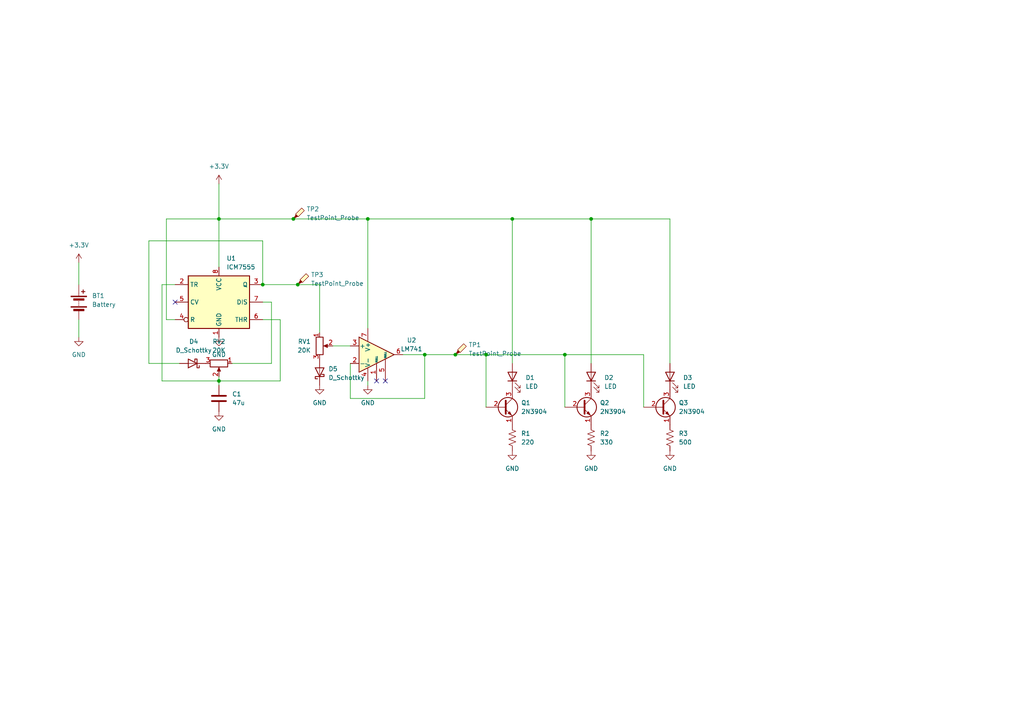
<source format=kicad_sch>
(kicad_sch (version 20230121) (generator eeschema)
  (paper "A4")
  (lib_symbols
    (symbol "Amplifier_Operational:LM741" (pin_names (offset 0.127))
      (property "Reference" "U" (at 0 6.35 0))
      (property "Value" "LM741" (at 0 3.81 0))
      (symbol "LM741_0_1"
        (polyline (pts (xy -5.08 5.08) (xy 5.08 0) (xy -5.08 -5.08) (xy -5.08 5.08)) (stroke (width 0.254)) (fill (type background)))
      )
      (symbol "LM741_1_1"
        (pin input line (at 0 -7.62 90) (length 5.08) (name "NULL") (number "1"))
        (pin input line (at -7.62 -2.54 0) (length 2.54) (name "-") (number "2"))
        (pin input line (at -7.62 2.54 0) (length 2.54) (name "+") (number "3"))
        (pin power_in line (at -2.54 -7.62 90) (length 3.81) (name "V-") (number "4"))
        (pin input line (at 2.54 -7.62 90) (length 6.35) (name "NULL") (number "5"))
        (pin output line (at 7.62 0 180) (length 2.54) (name "~") (number "6"))
        (pin power_in line (at -2.54 7.62 270) (length 3.81) (name "V+") (number "7"))
        (pin no_connect line (at 0 2.54 270) (length 2.54) hide (name "NC") (number "8"))
      )
    )
    (symbol "Connector:TestPoint_Probe" (pin_numbers hide) (pin_names (offset 0.762) hide)
      (property "Reference" "TP" (at 1.651 5.842 0))
      (property "Value" "TestPoint_Probe" (at 1.651 4.064 0))
      (symbol "TestPoint_Probe_0_1"
        (polyline (pts (xy 1.27 0.762) (xy 0 0) (xy 0.762 1.27) (xy 1.27 0.762)) (fill (type outline)))
        (polyline (pts (xy 1.397 0.635) (xy 0.635 1.397) (xy 2.413 3.175) (xy 3.175 2.413) (xy 1.397 0.635)) (fill (type background)))
      )
      (symbol "TestPoint_Probe_1_1"
        (pin passive line (at 0 0 90) (length 0) (name "1") (number "1"))
      )
    )
    (symbol "Device:Battery" (pin_numbers hide) (pin_names (offset 0) hide)
      (property "Reference" "BT1" (at 3.81 1.8415 0))
      (property "Value" "Battery" (at 3.81 -0.6985 0))
      (symbol "Battery_0_1"
        (rectangle (start -2.286 -1.27) (end 2.286 -1.524) (fill (type outline)))
        (rectangle (start -2.286 1.778) (end 2.286 1.524) (fill (type outline)))
        (rectangle (start -1.524 -2.032) (end 1.524 -2.54) (fill (type outline)))
        (rectangle (start -1.524 1.016) (end 1.524 0.508) (fill (type outline)))
        (polyline (pts (xy 0 -1.016) (xy 0 -0.762)))
        (polyline (pts (xy 0 -0.508) (xy 0 -0.254)))
        (polyline (pts (xy 0 0) (xy 0 0.254)))
        (polyline (pts (xy 0 1.778) (xy 0 2.54)))
        (polyline (pts (xy 0.762 3.048) (xy 1.778 3.048)) (stroke (width 0.254)))
        (polyline (pts (xy 1.27 3.556) (xy 1.27 2.54)) (stroke (width 0.254)))
      )
      (symbol "Battery_1_1"
        (pin power_out line (at 0 -5.08 90) (length 2.54) (name "-") (number "N"))
        (pin power_out line (at 0 5.08 270) (length 2.54) (name "+") (number "P"))
      )
    )
    (symbol "Device:C" (pin_numbers hide) (pin_names (offset 0.254))
      (property "Reference" "C" (at 0.635 2.54 0))
      (property "Value" "C" (at 0.635 -2.54 0))
      (symbol "C_0_1"
        (polyline (pts (xy -2.032 -0.762) (xy 2.032 -0.762)) (stroke (width 0.508)))
        (polyline (pts (xy -2.032 0.762) (xy 2.032 0.762)) (stroke (width 0.508)))
      )
      (symbol "C_1_1"
        (pin passive line (at 0 3.81 270) (length 2.794) (name "~") (number "1"))
        (pin passive line (at 0 -3.81 90) (length 2.794) (name "~") (number "2"))
      )
    )
    (symbol "Device:D_Schottky" (pin_numbers hide) (pin_names (offset 1.016) hide)
      (property "Reference" "D" (at 0 2.54 0))
      (property "Value" "D_Schottky" (at 0 -2.54 0))
      (symbol "D_Schottky_0_1"
        (polyline (pts (xy 1.27 0) (xy -1.27 0)))
        (polyline (pts (xy 1.27 1.27) (xy 1.27 -1.27) (xy -1.27 0) (xy 1.27 1.27)) (stroke (width 0.254)))
        (polyline (pts (xy -1.905 0.635) (xy -1.905 1.27) (xy -1.27 1.27) (xy -1.27 -1.27) (xy -0.635 -1.27) (xy -0.635 -0.635)) (stroke (width 0.254)))
      )
      (symbol "D_Schottky_1_1"
        (pin passive line (at -3.81 0 0) (length 2.54) (name "K") (number "1"))
        (pin passive line (at 3.81 0 180) (length 2.54) (name "A") (number "2"))
      )
    )
    (symbol "Device:LED" (pin_numbers hide) (pin_names (offset 1.016) hide)
      (property "Reference" "D" (at 0 2.54 0))
      (property "Value" "LED" (at 0 -2.54 0))
      (symbol "LED_0_1"
        (polyline (pts (xy -1.27 -1.27) (xy -1.27 1.27)) (stroke (width 0.254)))
        (polyline (pts (xy -1.27 0) (xy 1.27 0)))
        (polyline (pts (xy 1.27 -1.27) (xy 1.27 1.27) (xy -1.27 0) (xy 1.27 -1.27)) (stroke (width 0.254)))
        (polyline (pts (xy -3.048 -0.762) (xy -4.572 -2.286) (xy -3.81 -2.286) (xy -4.572 -2.286) (xy -4.572 -1.524)))
        (polyline (pts (xy -1.778 -0.762) (xy -3.302 -2.286) (xy -2.54 -2.286) (xy -3.302 -2.286) (xy -3.302 -1.524)))
      )
      (symbol "LED_1_1"
        (pin passive line (at -3.81 0 0) (length 2.54) (name "K") (number "1"))
        (pin passive line (at 3.81 0 180) (length 2.54) (name "A") (number "2"))
      )
    )
    (symbol "Device:R_Potentiometer" (pin_names (offset 1.016) hide)
      (property "Reference" "RV" (at -4.445 0 90))
      (property "Value" "R_Potentiometer" (at -2.54 0 90))
      (symbol "R_Potentiometer_0_1"
        (polyline (pts (xy 2.54 0) (xy 1.524 0)))
        (polyline (pts (xy 1.143 0) (xy 2.286 0.508) (xy 2.286 -0.508) (xy 1.143 0)) (fill (type outline)))
        (rectangle (start 1.016 2.54) (end -1.016 -2.54) (stroke (width 0.254)))
      )
      (symbol "R_Potentiometer_1_1"
        (pin passive line (at 0 3.81 270) (length 1.27) (name "1") (number "1"))
        (pin passive line (at 3.81 0 180) (length 1.27) (name "2") (number "2"))
        (pin passive line (at 0 -3.81 90) (length 1.27) (name "3") (number "3"))
      )
    )
    (symbol "Device:R_US" (pin_numbers hide) (pin_names (offset 0))
      (property "Reference" "R" (at 2.54 0 90))
      (property "Value" "R_US" (at -2.54 0 90))
      (symbol "R_US_0_1"
        (polyline (pts (xy 0 -2.286) (xy 0 -2.54)))
        (polyline (pts (xy 0 2.286) (xy 0 2.54)))
        (polyline (pts (xy 0 -0.762) (xy 1.016 -1.143) (xy 0 -1.524) (xy -1.016 -1.905) (xy 0 -2.286)))
        (polyline (pts (xy 0 0.762) (xy 1.016 0.381) (xy 0 0) (xy -1.016 -0.381) (xy 0 -0.762)))
        (polyline (pts (xy 0 2.286) (xy 1.016 1.905) (xy 0 1.524) (xy -1.016 1.143) (xy 0 0.762)))
      )
      (symbol "R_US_1_1"
        (pin passive line (at 0 3.81 270) (length 1.27) (name "~") (number "1"))
        (pin passive line (at 0 -3.81 90) (length 1.27) (name "~") (number "2"))
      )
    )
    (symbol "Timer:ICM7555xB"
      (property "Reference" "U" (at -10.16 8.89 0))
      (property "Value" "ICM7555xB" (at 2.54 8.89 0))
      (symbol "ICM7555xB_0_0"
        (pin power_in line (at 0 -10.16 90) (length 2.54) (name "GND") (number "1"))
        (pin power_in line (at 0 10.16 270) (length 2.54) (name "VCC") (number "8"))
      )
      (symbol "ICM7555xB_0_1"
        (rectangle (start -8.89 -7.62) (end 8.89 7.62) (stroke (width 0.254)) (fill (type background)))
        (rectangle (start -8.89 -7.62) (end 8.89 7.62) (stroke (width 0.254)) (fill (type background)))
      )
      (symbol "ICM7555xB_1_1"
        (pin input line (at -12.7 5.08 0) (length 3.81) (name "TR") (number "2"))
        (pin output line (at 12.7 5.08 180) (length 3.81) (name "Q") (number "3"))
        (pin input inverted (at -12.7 -5.08 0) (length 3.81) (name "R") (number "4"))
        (pin input line (at -12.7 0 0) (length 3.81) (name "CV") (number "5"))
        (pin input line (at 12.7 -5.08 180) (length 3.81) (name "THR") (number "6"))
        (pin input line (at 12.7 0 180) (length 3.81) (name "DIS") (number "7"))
      )
    )
    (symbol "Transistor_BJT:2N3904" (pin_names (offset 0) hide)
      (property "Reference" "Q" (at 5.08 1.905 0))
      (property "Value" "2N3904" (at 5.08 0 0))
      (symbol "2N3904_0_1"
        (polyline (pts (xy 0.635 0.635) (xy 2.54 2.54)))
        (polyline (pts (xy 0.635 -0.635) (xy 2.54 -2.54) (xy 2.54 -2.54)))
        (polyline (pts (xy 0.635 1.905) (xy 0.635 -1.905) (xy 0.635 -1.905)) (stroke (width 0.508)))
        (polyline (pts (xy 1.27 -1.778) (xy 1.778 -1.27) (xy 2.286 -2.286) (xy 1.27 -1.778) (xy 1.27 -1.778)) (fill (type outline)))
        (circle (center 1.27 0) (radius 2.8194) (stroke (width 0.254)))
      )
      (symbol "2N3904_1_1"
        (pin passive line (at 2.54 -5.08 90) (length 2.54) (name "E") (number "1"))
        (pin passive line (at -5.08 0 0) (length 5.715) (name "B") (number "2"))
        (pin passive line (at 2.54 5.08 270) (length 2.54) (name "C") (number "3"))
      )
    )
    (symbol "power:+3.3V" (power) (pin_names (offset 0))
      (property "Value" "+3.3V" (at 0 3.556 0))
      (symbol "+3.3V_0_1"
        (polyline (pts (xy -0.762 1.27) (xy 0 2.54)))
        (polyline (pts (xy 0 0) (xy 0 2.54)))
        (polyline (pts (xy 0 2.54) (xy 0.762 1.27)))
      )
      (symbol "+3.3V_1_1"
        (pin power_in line (at 0 0 90) (length 0) hide (name "+3.3V") (number "1"))
      )
    )
    (symbol "power:GND" (power) (pin_names (offset 0))
      (property "Value" "GND" (at 0 -3.81 0))
      (symbol "GND_0_1"
        (polyline (pts (xy 0 0) (xy 0 -1.27) (xy 1.27 -1.27) (xy 0 -2.54) (xy -1.27 -1.27) (xy 0 -1.27)))
      )
      (symbol "GND_1_1"
        (pin power_in line (at 0 0 270) (length 0) hide (name "GND") (number "1"))
      )
    )
  )
  (junction (at 148.59 63.5))
  (junction (at 171.45 63.5))
  (junction (at 85.09 63.5))
  (junction (at 86.36 82.55))
  (junction (at 76.2 82.55))
  (junction (at 123.19 102.87))
  (junction (at 140.97 102.87))
  (junction (at 132.08 102.87))
  (junction (at 106.68 63.5))
  (junction (at 63.5 110.49))
  (junction (at 163.83 102.87))
  (junction (at 63.5 63.5))
  (no_connect (at 109.22 110.49))
  (no_connect (at 111.76 110.49))
  (no_connect (at 50.8 87.63))
  (wire (pts (xy 76.2 82.55) (xy 86.36 82.55)))
  (wire (pts (xy 22.86 76.2) (xy 22.86 82.55)))
  (wire (pts (xy 132.08 102.87) (xy 140.97 102.87)))
  (wire (pts (xy 63.5 63.5) (xy 63.5 77.47)))
  (wire (pts (xy 63.5 110.49) (xy 81.28 110.49)))
  (wire (pts (xy 78.74 87.63) (xy 78.74 105.41)))
  (wire (pts (xy 43.18 69.85) (xy 76.2 69.85)))
  (wire (pts (xy 50.8 82.55) (xy 46.99 82.55)))
  (wire (pts (xy 123.19 115.57) (xy 101.6 115.57)))
  (wire (pts (xy 63.5 63.5) (xy 85.09 63.5)))
  (wire (pts (xy 63.5 109.22) (xy 63.5 110.49)))
  (wire (pts (xy 186.69 102.87) (xy 186.69 118.11)))
  (wire (pts (xy 86.36 82.55) (xy 92.71 82.55)))
  (wire (pts (xy 76.2 87.63) (xy 78.74 87.63)))
  (wire (pts (xy 96.52 100.33) (xy 101.6 100.33)))
  (wire (pts (xy 63.5 53.34) (xy 63.5 63.5)))
  (wire (pts (xy 46.99 82.55) (xy 46.99 110.49)))
  (wire (pts (xy 148.59 63.5) (xy 171.45 63.5)))
  (wire (pts (xy 123.19 102.87) (xy 123.19 115.57)))
  (wire (pts (xy 171.45 63.5) (xy 194.31 63.5)))
  (wire (pts (xy 163.83 102.87) (xy 163.83 118.11)))
  (wire (pts (xy 22.86 92.71) (xy 22.86 97.79)))
  (wire (pts (xy 106.68 63.5) (xy 148.59 63.5)))
  (wire (pts (xy 140.97 102.87) (xy 140.97 118.11)))
  (wire (pts (xy 48.26 63.5) (xy 48.26 92.71)))
  (wire (pts (xy 140.97 102.87) (xy 163.83 102.87)))
  (wire (pts (xy 116.84 102.87) (xy 123.19 102.87)))
  (wire (pts (xy 101.6 105.41) (xy 101.6 115.57)))
  (wire (pts (xy 76.2 92.71) (xy 81.28 92.71)))
  (wire (pts (xy 76.2 69.85) (xy 76.2 82.55)))
  (wire (pts (xy 52.07 105.41) (xy 43.18 105.41)))
  (wire (pts (xy 48.26 63.5) (xy 63.5 63.5)))
  (wire (pts (xy 43.18 105.41) (xy 43.18 69.85)))
  (wire (pts (xy 148.59 63.5) (xy 148.59 105.41)))
  (wire (pts (xy 123.19 102.87) (xy 132.08 102.87)))
  (wire (pts (xy 46.99 110.49) (xy 63.5 110.49)))
  (wire (pts (xy 50.8 92.71) (xy 48.26 92.71)))
  (wire (pts (xy 106.68 63.5) (xy 106.68 95.25)))
  (wire (pts (xy 106.68 110.49) (xy 106.68 111.76)))
  (wire (pts (xy 194.31 63.5) (xy 194.31 105.41)))
  (wire (pts (xy 92.71 82.55) (xy 92.71 96.52)))
  (wire (pts (xy 63.5 110.49) (xy 63.5 111.76)))
  (wire (pts (xy 85.09 63.5) (xy 106.68 63.5)))
  (wire (pts (xy 163.83 102.87) (xy 186.69 102.87)))
  (wire (pts (xy 78.74 105.41) (xy 67.31 105.41)))
  (wire (pts (xy 81.28 110.49) (xy 81.28 92.71)))
  (wire (pts (xy 171.45 63.5) (xy 171.45 105.41)))
  (symbol (lib_id "power:GND") (at 92.71 111.76 0) (unit 1)
    (property "Reference" "#PWR07" (effects hide))
    (property "Value" "GND" (at 92.71 116.84 0))
  )
  (symbol (lib_id "Device:LED") (at 148.59 109.22 90) (unit 1)
    (property "Reference" "D1" (at 152.4 109.5375 90) (effects (justify right)))
    (property "Value" "LED" (at 152.4 112.0775 90) (effects (justify right)))
    (property "Footprint" "LED_THT:LED_D3.0mm" (effects hide))
  )
  (symbol (lib_id "power:+3.3V") (at 63.5 53.34 0) (unit 1)
    (property "Reference" "#PWR010" (effects hide))
    (property "Value" "+3.3V" (at 63.5 48.26 0))
  )
  (symbol (lib_id "power:GND") (at 148.59 130.81 0) (unit 1)
    (property "Reference" "#PWR03" (effects hide))
    (property "Value" "GND" (at 148.59 135.89 0))
  )
  (symbol (lib_id "Device:D_Schottky") (at 55.88 105.41 180) (unit 1)
    (property "Reference" "D4" (at 56.1975 99.06 0))
    (property "Value" "D_Schottky" (at 56.1975 101.6 0))
    (property "Footprint" "Diode_THT:D_5KPW_P7.62mm_Vertical_AnodeUp" (effects hide))
  )
  (symbol (lib_id "power:GND") (at 106.68 111.76 0) (unit 1)
    (property "Reference" "#PWR08" (effects hide))
    (property "Value" "GND" (at 106.68 116.84 0))
  )
  (symbol (lib_id "Device:R_Potentiometer") (at 92.71 100.33 0) (unit 1)
    (property "Reference" "RV1" (at 90.17 99.06 0) (effects (justify right)))
    (property "Value" "20K" (at 90.17 101.6 0) (effects (justify right)))
    (property "Footprint" "Potentiometer_THT:Potentiometer_ACP_CA6-H2,5_Horizontal" (effects hide))
  )
  (symbol (lib_id "Transistor_BJT:2N3904") (at 146.05 118.11 0) (unit 1)
    (property "Reference" "Q1" (at 151.13 116.84 0) (effects (justify left)))
    (property "Value" "2N3904" (at 151.13 119.38 0) (effects (justify left)))
    (property "Footprint" "Package_TO_SOT_THT:TO-92_Inline" (effects hide))
    (property "Datasheet" "https://www.onsemi.com/pub/Collateral/2N3903-D.PDF" (effects hide))
  )
  (symbol (lib_id "Connector:TestPoint_Probe") (at 86.36 82.55 0) (unit 1)
    (property "Reference" "TP3" (at 90.17 79.6925 0) (effects (justify left)))
    (property "Value" "TestPoint_Probe" (at 90.17 82.2325 0) (effects (justify left)))
    (property "Footprint" "elec240_ornament_footprint:TestPoint_Pad_D4.0mm" (effects hide))
  )
  (symbol (lib_id "Device:R_Potentiometer") (at 63.5 105.41 270) (unit 1)
    (property "Reference" "RV2" (at 63.5 99.06 90))
    (property "Value" "20K" (at 63.5 101.6 90))
    (property "Footprint" "Potentiometer_THT:Potentiometer_ACP_CA6-H2,5_Horizontal" (effects hide))
  )
  (symbol (lib_id "power:GND") (at 63.5 97.79 0) (unit 1)
    (property "Reference" "#PWR06" (effects hide))
    (property "Value" "GND" (at 63.5 102.87 0))
  )
  (symbol (lib_id "power:+3.3V") (at 22.86 76.2 0) (unit 1)
    (property "Reference" "#PWR09" (effects hide))
    (property "Value" "+3.3V" (at 22.86 71.12 0))
  )
  (symbol (lib_id "Device:LED") (at 171.45 109.22 90) (unit 1)
    (property "Reference" "D2" (at 175.26 109.5375 90) (effects (justify right)))
    (property "Value" "LED" (at 175.26 112.0775 90) (effects (justify right)))
    (property "Footprint" "LED_THT:LED_D3.0mm" (effects hide))
  )
  (symbol (lib_id "Device:R_US") (at 194.31 127 0) (unit 1)
    (property "Reference" "R3" (at 196.85 125.73 0) (effects (justify left)))
    (property "Value" "500" (at 196.85 128.27 0) (effects (justify left)))
    (property "Footprint" "Resistor_THT:R_Axial_DIN0207_L6.3mm_D2.5mm_P2.54mm_Vertical" (effects hide))
  )
  (symbol (lib_id "power:GND") (at 194.31 130.81 0) (unit 1)
    (property "Reference" "#PWR05" (effects hide))
    (property "Value" "GND" (at 194.31 135.89 0))
  )
  (symbol (lib_id "Device:C") (at 63.5 115.57 0) (unit 1)
    (property "Reference" "C1" (at 67.31 114.3 0) (effects (justify left)))
    (property "Value" "47u" (at 67.31 116.84 0) (effects (justify left)))
    (property "Footprint" "Capacitor_THT:CP_Radial_D5.0mm_P2.00mm" (effects hide))
  )
  (symbol (lib_id "Connector:TestPoint_Probe") (at 132.08 102.87 0) (unit 1)
    (property "Reference" "TP1" (at 135.89 100.0125 0) (effects (justify left)))
    (property "Value" "TestPoint_Probe" (at 135.89 102.5525 0) (effects (justify left)))
    (property "Footprint" "elec240_ornament_footprint:TestPoint_Pad_D4.0mm" (effects hide))
  )
  (symbol (lib_id "Amplifier_Operational:LM741") (at 109.22 102.87 0) (unit 1)
    (property "Reference" "U2" (at 119.38 98.6791 0))
    (property "Value" "LM741" (at 119.38 101.2191 0))
    (property "Footprint" "elec240_ornament_footprint:DIP-8_W7.62mm" (effects hide))
    (property "Datasheet" "http://www.ti.com/lit/ds/symlink/lm741.pdf" (effects hide))
  )
  (symbol (lib_id "power:GND") (at 171.45 130.81 0) (unit 1)
    (property "Reference" "#PWR04" (effects hide))
    (property "Value" "GND" (at 171.45 135.89 0))
  )
  (symbol (lib_id "Timer:ICM7555xB") (at 63.5 87.63 0) (unit 1)
    (property "Reference" "U1" (at 65.6941 74.93 0) (effects (justify left)))
    (property "Value" "ICM7555" (at 65.6941 77.47 0) (effects (justify left)))
    (property "Footprint" "elec240_ornament_footprint:DIP-8_W7.62mm" (effects hide))
    (property "Datasheet" "http://www.intersil.com/content/dam/Intersil/documents/icm7/icm7555-56.pdf" (effects hide))
  )
  (symbol (lib_id "Device:R_US") (at 171.45 127 0) (unit 1)
    (property "Reference" "R2" (at 173.99 125.73 0) (effects (justify left)))
    (property "Value" "330" (at 173.99 128.27 0) (effects (justify left)))
    (property "Footprint" "Resistor_THT:R_Axial_DIN0207_L6.3mm_D2.5mm_P2.54mm_Vertical" (effects hide))
  )
  (symbol (lib_id "Transistor_BJT:2N3904") (at 191.77 118.11 0) (unit 1)
    (property "Reference" "Q3" (at 196.85 116.84 0) (effects (justify left)))
    (property "Value" "2N3904" (at 196.85 119.38 0) (effects (justify left)))
    (property "Footprint" "Package_TO_SOT_THT:TO-92_Inline" (effects hide))
    (property "Datasheet" "https://www.onsemi.com/pub/Collateral/2N3903-D.PDF" (effects hide))
  )
  (symbol (lib_id "Device:D_Schottky") (at 92.71 107.95 90) (unit 1)
    (property "Reference" "D5" (at 95.25 106.9975 90) (effects (justify right)))
    (property "Value" "D_Schottky" (at 95.25 109.5375 90) (effects (justify right)))
    (property "Footprint" "Diode_THT:D_5KPW_P7.62mm_Vertical_AnodeUp" (effects hide))
  )
  (symbol (lib_id "Transistor_BJT:2N3904") (at 168.91 118.11 0) (unit 1)
    (property "Reference" "Q2" (at 173.99 116.84 0) (effects (justify left)))
    (property "Value" "2N3904" (at 173.99 119.38 0) (effects (justify left)))
    (property "Footprint" "Package_TO_SOT_THT:TO-92_Inline" (effects hide))
    (property "Datasheet" "https://www.onsemi.com/pub/Collateral/2N3903-D.PDF" (effects hide))
  )
  (symbol (lib_id "power:GND") (at 63.5 119.38 0) (unit 1)
    (property "Reference" "#PWR02" (effects hide))
    (property "Value" "GND" (at 63.5 124.46 0))
  )
  (symbol (lib_id "Device:LED") (at 194.31 109.22 90) (unit 1)
    (property "Reference" "D3" (at 198.12 109.5375 90) (effects (justify right)))
    (property "Value" "LED" (at 198.12 112.0775 90) (effects (justify right)))
    (property "Footprint" "LED_THT:LED_D3.0mm" (effects hide))
  )
  (symbol (lib_id "Connector:TestPoint_Probe") (at 85.09 63.5 0) (unit 1)
    (property "Reference" "TP2" (at 88.9 60.6425 0) (effects (justify left)))
    (property "Value" "TestPoint_Probe" (at 88.9 63.1825 0) (effects (justify left)))
    (property "Footprint" "elec240_ornament_footprint:TestPoint_Pad_D4.0mm" (effects hide))
  )
  (symbol (lib_id "power:GND") (at 22.86 97.79 0) (unit 1)
    (property "Reference" "#PWR01" (effects hide))
    (property "Value" "GND" (at 22.86 102.87 0))
  )
  (symbol (lib_id "Device:R_US") (at 148.59 127 0) (unit 1)
    (property "Reference" "R1" (at 151.13 125.73 0) (effects (justify left)))
    (property "Value" "220" (at 151.13 128.27 0) (effects (justify left)))
    (property "Footprint" "Resistor_THT:R_Axial_DIN0207_L6.3mm_D2.5mm_P2.54mm_Vertical" (effects hide))
  )
  (symbol (lib_id "Device:Battery") (at 22.86 87.63 0) (unit 1)
    (property "Reference" "BT1" (at 26.67 85.7885 0) (effects (justify left)))
    (property "Value" "Battery" (at 26.67 88.3285 0) (effects (justify left)))
    (property "Footprint" "elec240_ornament_footprint:BAT_1026" (effects hide))
  )
)
</source>
